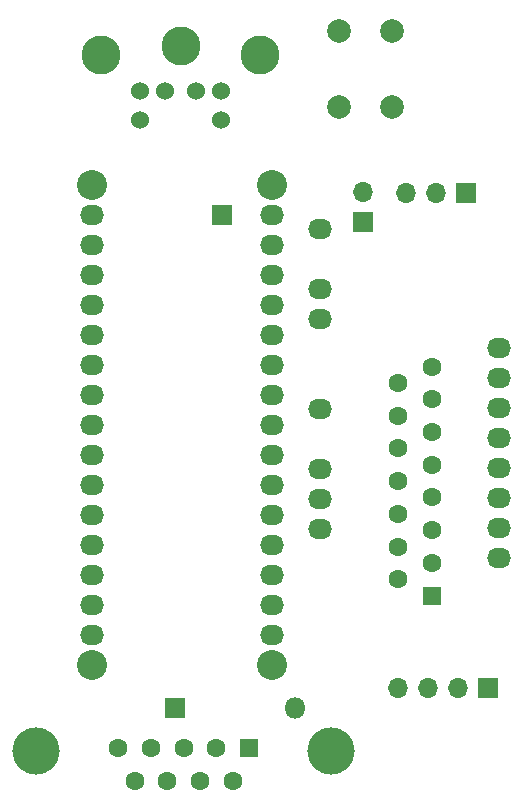
<source format=gbr>
%TF.GenerationSoftware,KiCad,Pcbnew,(6.0.2)*%
%TF.CreationDate,2024-03-24T20:04:16+01:00*%
%TF.ProjectId,amigaps2 revision1.5,616d6967-6170-4733-9220-726576697369,rev?*%
%TF.SameCoordinates,Original*%
%TF.FileFunction,Soldermask,Top*%
%TF.FilePolarity,Negative*%
%FSLAX46Y46*%
G04 Gerber Fmt 4.6, Leading zero omitted, Abs format (unit mm)*
G04 Created by KiCad (PCBNEW (6.0.2)) date 2024-03-24 20:04:16*
%MOMM*%
%LPD*%
G01*
G04 APERTURE LIST*
%ADD10O,2.032000X1.727200*%
%ADD11C,2.540000*%
%ADD12R,1.700000X1.700000*%
%ADD13O,1.700000X1.700000*%
%ADD14C,1.600000*%
%ADD15C,4.000000*%
%ADD16R,1.600000X1.600000*%
%ADD17R,1.800000X1.800000*%
%ADD18O,1.800000X1.800000*%
%ADD19C,1.524000*%
%ADD20C,3.300000*%
%ADD21C,2.000000*%
G04 APERTURE END LIST*
D10*
%TO.C,P1*%
X139446000Y-71247000D03*
X139446000Y-73787000D03*
X139446000Y-76327000D03*
X139446000Y-78867000D03*
X139446000Y-81407000D03*
X139446000Y-83947000D03*
X139446000Y-86487000D03*
X139446000Y-91567000D03*
X139446000Y-94107000D03*
X139446000Y-96647000D03*
X139446000Y-99187000D03*
X139446000Y-101727000D03*
X139446000Y-104267000D03*
X139446000Y-106807000D03*
X139446000Y-89027000D03*
%TD*%
%TO.C,P2*%
X154686000Y-71247000D03*
X154686000Y-73787000D03*
X154686000Y-76327000D03*
X154686000Y-78867000D03*
X154686000Y-81407000D03*
X154686000Y-83947000D03*
X154686000Y-86487000D03*
X154686000Y-89027000D03*
X154686000Y-91567000D03*
X154686000Y-94107000D03*
X154686000Y-96647000D03*
X154686000Y-99187000D03*
X154686000Y-101727000D03*
X154686000Y-104267000D03*
X154686000Y-106807000D03*
%TD*%
D11*
%TO.C,P3*%
X139446000Y-68707000D03*
%TD*%
%TO.C,P4*%
X139446000Y-109347000D03*
%TD*%
%TO.C,P5*%
X154686000Y-109347000D03*
%TD*%
%TO.C,P6*%
X154686000Y-68707000D03*
%TD*%
D10*
%TO.C,*%
X173959507Y-97770000D03*
%TD*%
%TO.C,*%
X173959507Y-85070000D03*
%TD*%
D12*
%TO.C,REF\u002A\u002A*%
X162458400Y-71780400D03*
D13*
X162458400Y-69240400D03*
%TD*%
D14*
%TO.C,*%
X165384200Y-93759200D03*
%TD*%
D10*
%TO.C,*%
X173959507Y-95230000D03*
%TD*%
%TO.C,*%
X158750000Y-80010000D03*
%TD*%
D14*
%TO.C,*%
X165384200Y-96529200D03*
%TD*%
D10*
%TO.C,*%
X173959507Y-100310000D03*
%TD*%
%TO.C,*%
X173959507Y-90150000D03*
%TD*%
%TO.C,*%
X173959507Y-87610000D03*
%TD*%
D14*
%TO.C,*%
X165384200Y-102069200D03*
%TD*%
D12*
%TO.C,CONFIG*%
X171181000Y-69367000D03*
D13*
X168641000Y-69367000D03*
X166101000Y-69367000D03*
%TD*%
D14*
%TO.C,*%
X168224200Y-89604200D03*
%TD*%
D10*
%TO.C,*%
X158750000Y-87630000D03*
%TD*%
D15*
%TO.C,Female DSUB9 connector*%
X134741000Y-116632000D03*
X159741000Y-116632000D03*
D14*
X148626000Y-119172000D03*
X145856000Y-119172000D03*
X150011000Y-116332000D03*
X144471000Y-116332000D03*
X151396000Y-119172000D03*
X141701000Y-116332000D03*
X143086000Y-119172000D03*
D16*
X152781000Y-116332000D03*
D14*
X147241000Y-116332000D03*
%TD*%
D17*
%TO.C,DIODE*%
X146470000Y-113010000D03*
D18*
X156630000Y-113010000D03*
%TD*%
D10*
%TO.C,*%
X158750000Y-95250000D03*
%TD*%
D14*
%TO.C,*%
X168224200Y-95144200D03*
%TD*%
%TO.C,*%
X168224200Y-84064200D03*
%TD*%
D19*
%TO.C,J1*%
X143568000Y-60706000D03*
X150368000Y-60706000D03*
D20*
X146968000Y-56906000D03*
X140218000Y-57706000D03*
X153718000Y-57706000D03*
D19*
X143568000Y-63206000D03*
X150368000Y-63206000D03*
X145668000Y-60706000D03*
X148268000Y-60706000D03*
%TD*%
D16*
%TO.C,*%
X168224200Y-103454200D03*
%TD*%
D12*
%TO.C,REF\u002A\u002A*%
X173024800Y-111252000D03*
D13*
X170484800Y-111252000D03*
X167944800Y-111252000D03*
X165404800Y-111252000D03*
%TD*%
D10*
%TO.C,*%
X158750000Y-77470000D03*
%TD*%
D14*
%TO.C,*%
X165384200Y-90989200D03*
%TD*%
D10*
%TO.C,*%
X173959507Y-82530000D03*
%TD*%
D14*
%TO.C,*%
X168224200Y-100684200D03*
%TD*%
D10*
%TO.C,*%
X173959507Y-92690000D03*
%TD*%
%TO.C,*%
X158750000Y-97790000D03*
%TD*%
D14*
%TO.C,*%
X168224200Y-97914200D03*
%TD*%
D21*
%TO.C,MouseDPI*%
X164846000Y-62126000D03*
X164846000Y-55626000D03*
X160346000Y-62126000D03*
X160346000Y-55626000D03*
%TD*%
D12*
%TO.C,REF\u002A\u002A*%
X150469600Y-71221600D03*
%TD*%
D14*
%TO.C,*%
X165384200Y-99299200D03*
%TD*%
%TO.C,*%
X165384200Y-85449200D03*
%TD*%
D10*
%TO.C,*%
X158750000Y-72390000D03*
%TD*%
%TO.C,*%
X158750000Y-92710000D03*
%TD*%
D14*
%TO.C,*%
X168224200Y-86834200D03*
%TD*%
%TO.C,*%
X165384200Y-88219200D03*
%TD*%
%TO.C,*%
X168224200Y-92374200D03*
%TD*%
M02*

</source>
